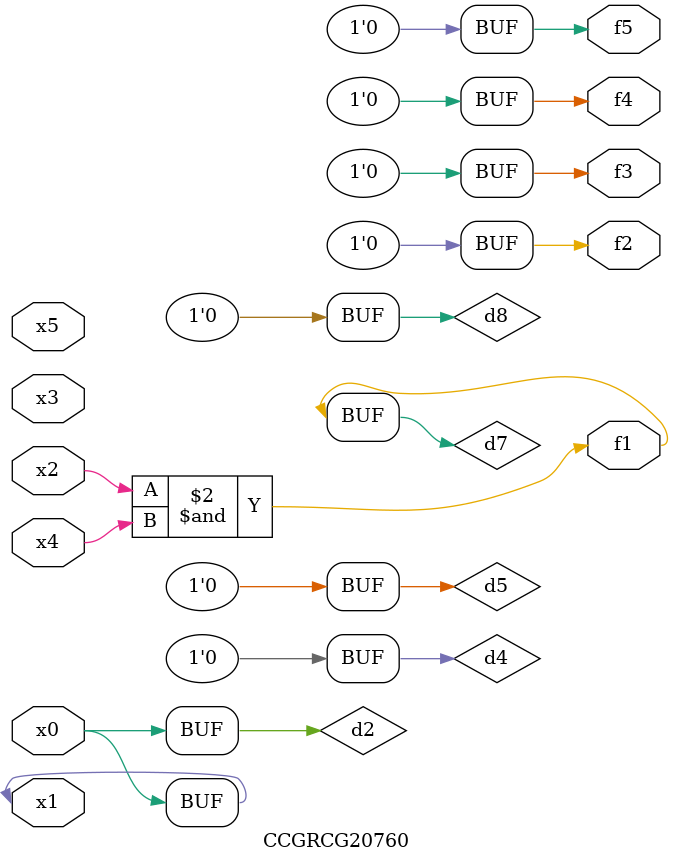
<source format=v>
module CCGRCG20760(
	input x0, x1, x2, x3, x4, x5,
	output f1, f2, f3, f4, f5
);

	wire d1, d2, d3, d4, d5, d6, d7, d8, d9;

	nand (d1, x1);
	buf (d2, x0, x1);
	nand (d3, x2, x4);
	and (d4, d1, d2);
	and (d5, d1, d2);
	nand (d6, d1, d3);
	not (d7, d3);
	xor (d8, d5);
	nor (d9, d5, d6);
	assign f1 = d7;
	assign f2 = d8;
	assign f3 = d8;
	assign f4 = d8;
	assign f5 = d8;
endmodule

</source>
